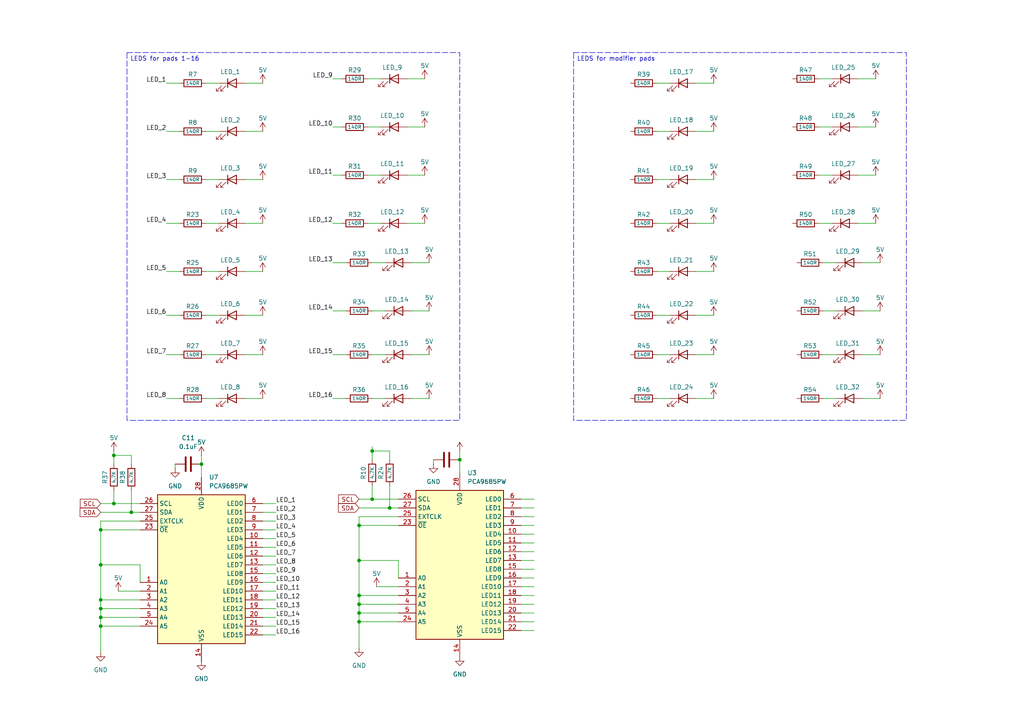
<source format=kicad_sch>
(kicad_sch (version 20231120) (generator "eeschema") (generator_version "8.0")
  (paper "A4")
  (lib_symbols
    (symbol "Connector_Audio:AudioJack3"
      (property "Reference" "J" (at 0 8.89 0))
      (property "Value" "AudioJack3" (at 0 6.35 0))
      (symbol "AudioJack3_1_1"
        (pin passive line (at 5.08 0 180) (length 2.54) (name "~") (number "R"))
        (pin passive line (at 5.08 2.54 180) (length 2.54) (name "~") (number "S"))
        (pin passive line (at 5.08 -2.54 180) (length 2.54) (name "~") (number "T"))
      )
    )
    (symbol "Device:C" (pin_numbers hide) (pin_names (offset 0.254))
      (property "Reference" "C" (at 0.635 2.54 0))
      (property "Value" "C" (at 0.635 -2.54 0))
      (symbol "C_1_1"
        (pin passive line (at 0 3.81 270) (length 2.794) (name "~") (number "1"))
        (pin passive line (at 0 -3.81 90) (length 2.794) (name "~") (number "2"))
      )
    )
    (symbol "Device:LED" (pin_numbers hide) (pin_names (offset 1.016) hide)
      (property "Reference" "D" (at 0 2.54 0))
      (property "Value" "LED" (at 0 -2.54 0))
      (symbol "LED_1_1"
        (pin passive line (at -3.81 0 0) (length 2.54) (name "K") (number "1"))
        (pin passive line (at 3.81 0 180) (length 2.54) (name "A") (number "2"))
      )
    )
    (symbol "Device:R" (pin_numbers hide) (pin_names (offset 0))
      (property "Reference" "R" (at 2.032 0 90))
      (property "Value" "R" (at 0 0 90))
      (symbol "R_1_1"
        (pin passive line (at 0 3.81 270) (length 1.27) (name "~") (number "1"))
        (pin passive line (at 0 -3.81 90) (length 1.27) (name "~") (number "2"))
      )
    )
    (symbol "Diode:MMSD4148" (pin_numbers hide) (pin_names hide)
      (property "Reference" "D" (at 0 2.54 0))
      (property "Value" "MMSD4148" (at 0 -2.54 0))
      (symbol "MMSD4148_1_1"
        (pin passive line (at -3.81 0 0) (length 2.54) (name "K") (number "1"))
        (pin passive line (at 3.81 0 180) (length 2.54) (name "A") (number "2"))
      )
    )
    (symbol "Driver_LED:PCA9685PW"
      (property "Reference" "U" (at -12.7 22.225 0))
      (property "Value" "PCA9685PW" (at 1.27 22.225 0))
      (symbol "PCA9685PW_1_1"
        (pin input line (at -17.78 -5.08 0) (length 5.08) (name "A0") (number "1"))
        (pin output line (at 17.78 7.62 180) (length 5.08) (name "LED4") (number "10"))
        (pin output line (at 17.78 5.08 180) (length 5.08) (name "LED5") (number "11"))
        (pin output line (at 17.78 2.54 180) (length 5.08) (name "LED6") (number "12"))
        (pin output line (at 17.78 0 180) (length 5.08) (name "LED7") (number "13"))
        (pin power_in line (at 0 -27.94 90) (length 5.08) (name "VSS") (number "14"))
        (pin output line (at 17.78 -2.54 180) (length 5.08) (name "LED8") (number "15"))
        (pin output line (at 17.78 -5.08 180) (length 5.08) (name "LED9") (number "16"))
        (pin output line (at 17.78 -7.62 180) (length 5.08) (name "LED10") (number "17"))
        (pin output line (at 17.78 -10.16 180) (length 5.08) (name "LED11") (number "18"))
        (pin output line (at 17.78 -12.7 180) (length 5.08) (name "LED12") (number "19"))
        (pin input line (at -17.78 -7.62 0) (length 5.08) (name "A1") (number "2"))
        (pin output line (at 17.78 -15.24 180) (length 5.08) (name "LED13") (number "20"))
        (pin output line (at 17.78 -17.78 180) (length 5.08) (name "LED14") (number "21"))
        (pin output line (at 17.78 -20.32 180) (length 5.08) (name "LED15") (number "22"))
        (pin input line (at -17.78 10.16 0) (length 5.08) (name "~{OE}") (number "23"))
        (pin input line (at -17.78 -17.78 0) (length 5.08) (name "A5") (number "24"))
        (pin input line (at -17.78 12.7 0) (length 5.08) (name "EXTCLK") (number "25"))
        (pin input line (at -17.78 17.78 0) (length 5.08) (name "SCL") (number "26"))
        (pin bidirectional line (at -17.78 15.24 0) (length 5.08) (name "SDA") (number "27"))
        (pin power_in line (at 0 25.4 270) (length 5.08) (name "VDD") (number "28"))
        (pin input line (at -17.78 -10.16 0) (length 5.08) (name "A2") (number "3"))
        (pin input line (at -17.78 -12.7 0) (length 5.08) (name "A3") (number "4"))
        (pin input line (at -17.78 -15.24 0) (length 5.08) (name "A4") (number "5"))
        (pin output line (at 17.78 17.78 180) (length 5.08) (name "LED0") (number "6"))
        (pin output line (at 17.78 15.24 180) (length 5.08) (name "LED1") (number "7"))
        (pin output line (at 17.78 12.7 180) (length 5.08) (name "LED2") (number "8"))
        (pin output line (at 17.78 10.16 180) (length 5.08) (name "LED3") (number "9"))
      )
    )
    (symbol "Isolator:H11L1" (pin_names (offset 1.016))
      (property "Reference" "U" (at 1.27 8.89 0))
      (property "Value" "H11L1" (at 1.27 6.35 0))
      (symbol "H11L1_1_1"
        (pin passive line (at -7.62 2.54 0) (length 2.54) (name "~") (number "1"))
        (pin passive line (at -7.62 -2.54 0) (length 2.54) (name "~") (number "2"))
        (pin no_connect line (at -5.08 0 0) (length 2.54) hide (name "~") (number "3"))
        (pin output inverted (at 7.62 0 180) (length 3.81) (name "~") (number "4"))
        (pin power_in line (at 0 -7.62 90) (length 2.54) (name "~") (number "5"))
        (pin power_in line (at 0 7.62 270) (length 2.54) (name "~") (number "6"))
      )
    )
    (symbol "daisy_seed:3V3_D" (power) (pin_numbers hide) (pin_names (offset 0) hide)
      (property "Value" "3V3_D" (at 0 5.08 0))
      (symbol "3V3_D_0_0"
        (pin power_in line (at 0 0 90) (length 0) (name "~") (number "1"))
      )
    )
    (symbol "power:+3.3V" (power) (pin_names (offset 0))
      (property "Value" "+3.3V" (at 0 3.556 0))
      (symbol "+3.3V_1_1"
        (pin power_in line (at 0 0 90) (length 0) hide (name "+3.3V") (number "1"))
      )
    )
    (symbol "power:GND" (power) (pin_numbers hide) (pin_names (offset 0) hide)
      (property "Value" "GND" (at 0 -3.81 0))
      (symbol "GND_1_1"
        (pin power_in line (at 0 0 270) (length 0) (name "~") (number "1"))
      )
    )
  )
  (junction (at 107.95 130.81))
  (junction (at 29.21 179.07))
  (junction (at -38.1 175.26))
  (junction (at 104.14 152.4))
  (junction (at 29.21 153.67))
  (junction (at -74.93 195.58))
  (junction (at -53.34 175.26))
  (junction (at 33.02 146.05))
  (junction (at 29.21 176.53))
  (junction (at 29.21 163.83))
  (junction (at 29.21 173.99))
  (junction (at 104.14 177.8))
  (junction (at 133.35 133.35))
  (junction (at 104.14 172.72))
  (junction (at 33.02 132.08))
  (junction (at 104.14 162.56))
  (junction (at -74.93 185.42))
  (junction (at -38.1 190.5))
  (junction (at 113.03 147.32))
  (junction (at 104.14 180.34))
  (junction (at 38.1 148.59))
  (junction (at 29.21 181.61))
  (junction (at 107.95 144.78))
  (junction (at 58.42 134.62))
  (junction (at 104.14 175.26))
  (wire (pts (xy -90.17 191.77) (xy -87.63 191.77)))
  (wire (pts (xy -74.93 185.42) (xy -60.96 185.42)))
  (wire (pts (xy 40.64 168.91) (xy 40.64 163.83)))
  (wire (pts (xy 124.46 76.2) (xy 119.38 76.2)))
  (wire (pts (xy -60.96 185.42) (xy -60.96 187.96)))
  (wire (pts (xy 80.01 163.83) (xy 76.2 163.83)))
  (wire (pts (xy 104.14 177.8) (xy 115.57 177.8)))
  (wire (pts (xy 154.94 175.26) (xy 151.13 175.26)))
  (wire (pts (xy -88.9 204.47) (xy -88.9 200.66)))
  (wire (pts (xy -30.48 175.26) (xy -38.1 175.26)))
  (wire (pts (xy 207.01 102.87) (xy 201.93 102.87)))
  (wire (pts (xy 96.52 36.83) (xy 99.06 36.83)))
  (wire (pts (xy 104.14 177.8) (xy 104.14 180.34)))
  (wire (pts (xy 237.49 50.8) (xy 241.3 50.8)))
  (wire (pts (xy 33.02 130.81) (xy 33.02 132.08)))
  (wire (pts (xy 104.14 180.34) (xy 104.14 187.96)))
  (wire (pts (xy 58.42 132.08) (xy 58.42 134.62)))
  (wire (pts (xy -38.1 185.42) (xy -38.1 190.5)))
  (wire (pts (xy -87.63 191.77) (xy -87.63 195.58)))
  (wire (pts (xy 237.49 22.86) (xy 241.3 22.86)))
  (wire (pts (xy 190.5 102.87) (xy 194.31 102.87)))
  (wire (pts (xy -53.34 172.72) (xy -53.34 175.26)))
  (wire (pts (xy 80.01 181.61) (xy 76.2 181.61)))
  (wire (pts (xy 80.01 156.21) (xy 76.2 156.21)))
  (wire (pts (xy 33.02 132.08) (xy 33.02 134.62)))
  (wire (pts (xy 76.2 52.07) (xy 71.12 52.07)))
  (wire (pts (xy 154.94 165.1) (xy 151.13 165.1)))
  (wire (pts (xy 96.52 90.17) (xy 100.33 90.17)))
  (wire (pts (xy 48.26 102.87) (xy 52.07 102.87)))
  (wire (pts (xy 80.01 153.67) (xy 76.2 153.67)))
  (wire (pts (xy 29.21 176.53) (xy 40.64 176.53)))
  (wire (pts (xy 254 22.86) (xy 248.92 22.86)))
  (wire (pts (xy 190.5 78.74) (xy 194.31 78.74)))
  (wire (pts (xy 104.14 175.26) (xy 104.14 177.8)))
  (wire (pts (xy 33.02 146.05) (xy 40.64 146.05)))
  (wire (pts (xy 48.26 38.1) (xy 52.07 38.1)))
  (wire (pts (xy -74.93 194.31) (xy -74.93 195.58)))
  (wire (pts (xy 254 64.77) (xy 248.92 64.77)))
  (wire (pts (xy 80.01 161.29) (xy 76.2 161.29)))
  (wire (pts (xy 133.35 130.81) (xy 133.35 133.35)))
  (wire (pts (xy 207.01 24.13) (xy 201.93 24.13)))
  (wire (pts (xy 76.2 102.87) (xy 71.12 102.87)))
  (wire (pts (xy -22.86 175.26) (xy -21.59 175.26)))
  (wire (pts (xy 154.94 172.72) (xy 151.13 172.72)))
  (wire (pts (xy 207.01 115.57) (xy 201.93 115.57)))
  (wire (pts (xy 104.14 149.86) (xy 104.14 152.4)))
  (wire (pts (xy 237.49 64.77) (xy 241.3 64.77)))
  (wire (pts (xy 76.2 78.74) (xy 71.12 78.74)))
  (wire (pts (xy 190.5 52.07) (xy 194.31 52.07)))
  (wire (pts (xy 29.21 148.59) (xy 38.1 148.59)))
  (wire (pts (xy 29.21 153.67) (xy 29.21 163.83)))
  (wire (pts (xy 38.1 148.59) (xy 40.64 148.59)))
  (wire (pts (xy 190.5 91.44) (xy 194.31 91.44)))
  (wire (pts (xy 33.02 142.24) (xy 33.02 146.05)))
  (wire (pts (xy 34.29 171.45) (xy 40.64 171.45)))
  (wire (pts (xy 104.14 162.56) (xy 104.14 172.72)))
  (wire (pts (xy 48.26 52.07) (xy 52.07 52.07)))
  (wire (pts (xy 76.2 38.1) (xy 71.12 38.1)))
  (wire (pts (xy 115.57 167.64) (xy 115.57 162.56)))
  (wire (pts (xy 125.73 134.62) (xy 125.73 133.35)))
  (wire (pts (xy 58.42 134.62) (xy 58.42 138.43)))
  (wire (pts (xy 96.52 115.57) (xy 100.33 115.57)))
  (wire (pts (xy 113.03 133.35) (xy 113.03 130.81)))
  (wire (pts (xy 190.5 64.77) (xy 194.31 64.77)))
  (wire (pts (xy 96.52 22.86) (xy 99.06 22.86)))
  (wire (pts (xy 59.69 102.87) (xy 63.5 102.87)))
  (wire (pts (xy -53.34 175.26) (xy -53.34 182.88)))
  (wire (pts (xy -82.55 213.36) (xy -82.55 209.55)))
  (wire (pts (xy 80.01 176.53) (xy 76.2 176.53)))
  (wire (pts (xy -74.93 195.58) (xy -63.5 195.58)))
  (wire (pts (xy 80.01 151.13) (xy 76.2 151.13)))
  (wire (pts (xy 255.27 115.57) (xy 250.19 115.57)))
  (wire (pts (xy 107.95 115.57) (xy 111.76 115.57)))
  (wire (pts (xy 107.95 129.54) (xy 107.95 130.81)))
  (wire (pts (xy -80.01 185.42) (xy -74.93 185.42)))
  (wire (pts (xy 107.95 90.17) (xy 111.76 90.17)))
  (wire (pts (xy 29.21 151.13) (xy 29.21 153.67)))
  (wire (pts (xy 76.2 24.13) (xy 71.12 24.13)))
  (wire (pts (xy -82.55 213.36) (xy -80.01 213.36)))
  (wire (pts (xy -90.17 209.55) (xy -82.55 209.55)))
  (wire (pts (xy 115.57 172.72) (xy 104.14 172.72)))
  (wire (pts (xy 154.94 170.18) (xy 151.13 170.18)))
  (wire (pts (xy 154.94 157.48) (xy 151.13 157.48)))
  (wire (pts (xy 80.01 173.99) (xy 76.2 173.99)))
  (wire (pts (xy -72.39 204.47) (xy -67.31 204.47)))
  (wire (pts (xy 254 36.83) (xy 248.92 36.83)))
  (wire (pts (xy 96.52 76.2) (xy 100.33 76.2)))
  (wire (pts (xy 190.5 24.13) (xy 194.31 24.13)))
  (wire (pts (xy 29.21 176.53) (xy 29.21 179.07)))
  (wire (pts (xy 48.26 91.44) (xy 52.07 91.44)))
  (wire (pts (xy 124.46 115.57) (xy 119.38 115.57)))
  (wire (pts (xy 38.1 132.08) (xy 33.02 132.08)))
  (wire (pts (xy -72.39 213.36) (xy -68.58 213.36)))
  (wire (pts (xy 115.57 149.86) (xy 104.14 149.86)))
  (wire (pts (xy 59.69 64.77) (xy 63.5 64.77)))
  (wire (pts (xy 207.01 52.07) (xy 201.93 52.07)))
  (wire (pts (xy 154.94 147.32) (xy 151.13 147.32)))
  (wire (pts (xy 80.01 179.07) (xy 76.2 179.07)))
  (wire (pts (xy 59.69 78.74) (xy 63.5 78.74)))
  (wire (pts (xy 154.94 152.4) (xy 151.13 152.4)))
  (wire (pts (xy 254 50.8) (xy 248.92 50.8)))
  (wire (pts (xy 154.94 149.86) (xy 151.13 149.86)))
  (wire (pts (xy 123.19 64.77) (xy 118.11 64.77)))
  (wire (pts (xy 115.57 162.56) (xy 104.14 162.56)))
  (wire (pts (xy 80.01 148.59) (xy 76.2 148.59)))
  (wire (pts (xy -80.01 207.01) (xy -80.01 204.47)))
  (wire (pts (xy 40.64 181.61) (xy 29.21 181.61)))
  (wire (pts (xy 238.76 76.2) (xy 242.57 76.2)))
  (wire (pts (xy 40.64 173.99) (xy 29.21 173.99)))
  (wire (pts (xy 104.14 147.32) (xy 113.03 147.32)))
  (wire (pts (xy 29.21 163.83) (xy 29.21 173.99)))
  (wire (pts (xy 154.94 167.64) (xy 151.13 167.64)))
  (wire (pts (xy 154.94 162.56) (xy 151.13 162.56)))
  (wire (pts (xy 106.68 64.77) (xy 110.49 64.77)))
  (wire (pts (xy -90.17 207.01) (xy -80.01 207.01)))
  (wire (pts (xy 104.14 172.72) (xy 104.14 175.26)))
  (wire (pts (xy 96.52 64.77) (xy 99.06 64.77)))
  (wire (pts (xy 107.95 130.81) (xy 107.95 133.35)))
  (wire (pts (xy 107.95 140.97) (xy 107.95 144.78)))
  (wire (pts (xy 107.95 144.78) (xy 115.57 144.78)))
  (wire (pts (xy 48.26 24.13) (xy 52.07 24.13)))
  (wire (pts (xy 115.57 180.34) (xy 104.14 180.34)))
  (wire (pts (xy 80.01 171.45) (xy 76.2 171.45)))
  (wire (pts (xy 29.21 179.07) (xy 40.64 179.07)))
  (wire (pts (xy 96.52 102.87) (xy 100.33 102.87)))
  (wire (pts (xy 255.27 102.87) (xy 250.19 102.87)))
  (wire (pts (xy 107.95 76.2) (xy 111.76 76.2)))
  (wire (pts (xy 115.57 152.4) (xy 104.14 152.4)))
  (wire (pts (xy 124.46 102.87) (xy 119.38 102.87)))
  (wire (pts (xy 59.69 115.57) (xy 63.5 115.57)))
  (wire (pts (xy 207.01 38.1) (xy 201.93 38.1)))
  (wire (pts (xy 29.21 181.61) (xy 29.21 189.23)))
  (wire (pts (xy 207.01 78.74) (xy 201.93 78.74)))
  (wire (pts (xy -90.17 204.47) (xy -88.9 204.47)))
  (wire (pts (xy 154.94 180.34) (xy 151.13 180.34)))
  (wire (pts (xy 123.19 22.86) (xy 118.11 22.86)))
  (wire (pts (xy -38.1 175.26) (xy -38.1 177.8)))
  (wire (pts (xy 123.19 50.8) (xy 118.11 50.8)))
  (wire (pts (xy 80.01 158.75) (xy 76.2 158.75)))
  (wire (pts (xy -53.34 198.12) (xy -53.34 199.39)))
  (wire (pts (xy 190.5 38.1) (xy 194.31 38.1)))
  (wire (pts (xy 29.21 146.05) (xy 33.02 146.05)))
  (wire (pts (xy 237.49 36.83) (xy 241.3 36.83)))
  (wire (pts (xy -87.63 189.23) (xy -87.63 185.42)))
  (wire (pts (xy 238.76 115.57) (xy 242.57 115.57)))
  (wire (pts (xy 40.64 153.67) (xy 29.21 153.67)))
  (wire (pts (xy 255.27 76.2) (xy 250.19 76.2)))
  (wire (pts (xy 124.46 90.17) (xy 119.38 90.17)))
  (wire (pts (xy 48.26 115.57) (xy 52.07 115.57)))
  (wire (pts (xy 80.01 184.15) (xy 76.2 184.15)))
  (wire (pts (xy -38.1 175.26) (xy -53.34 175.26)))
  (wire (pts (xy 29.21 179.07) (xy 29.21 181.61)))
  (wire (pts (xy 29.21 173.99) (xy 29.21 176.53)))
  (wire (pts (xy 76.2 91.44) (xy 71.12 91.44)))
  (wire (pts (xy 80.01 168.91) (xy 76.2 168.91)))
  (wire (pts (xy 154.94 160.02) (xy 151.13 160.02)))
  (wire (pts (xy 154.94 144.78) (xy 151.13 144.78)))
  (wire (pts (xy 96.52 50.8) (xy 99.06 50.8)))
  (wire (pts (xy 59.69 38.1) (xy 63.5 38.1)))
  (wire (pts (xy -38.1 190.5) (xy -27.94 190.5)))
  (wire (pts (xy 40.64 163.83) (xy 29.21 163.83)))
  (wire (pts (xy 104.14 152.4) (xy 104.14 162.56)))
  (wire (pts (xy 48.26 64.77) (xy 52.07 64.77)))
  (wire (pts (xy 40.64 151.13) (xy 29.21 151.13)))
  (wire (pts (xy 154.94 154.94) (xy 151.13 154.94)))
  (wire (pts (xy 80.01 166.37) (xy 76.2 166.37)))
  (wire (pts (xy -45.72 190.5) (xy -38.1 190.5)))
  (wire (pts (xy 80.01 146.05) (xy 76.2 146.05)))
  (wire (pts (xy 38.1 134.62) (xy 38.1 132.08)))
  (wire (pts (xy -63.5 193.04) (xy -60.96 193.04)))
  (wire (pts (xy -90.17 189.23) (xy -87.63 189.23)))
  (wire (pts (xy 106.68 36.83) (xy 110.49 36.83)))
  (wire (pts (xy 123.19 36.83) (xy 118.11 36.83)))
  (wire (pts (xy 255.27 90.17) (xy 250.19 90.17)))
  (wire (pts (xy -88.9 200.66) (xy -83.82 200.66)))
  (wire (pts (xy 238.76 90.17) (xy 242.57 90.17)))
  (wire (pts (xy 59.69 91.44) (xy 63.5 91.44)))
  (wire (pts (xy 106.68 22.86) (xy 110.49 22.86)))
  (wire (pts (xy 106.68 50.8) (xy 110.49 50.8)))
  (wire (pts (xy 59.69 24.13) (xy 63.5 24.13)))
  (wire (pts (xy -63.5 193.04) (xy -63.5 195.58)))
  (wire (pts (xy 50.8 135.89) (xy 50.8 134.62)))
  (wire (pts (xy 133.35 133.35) (xy 133.35 137.16)))
  (wire (pts (xy 154.94 182.88) (xy 151.13 182.88)))
  (wire (pts (xy 107.95 102.87) (xy 111.76 102.87)))
  (wire (pts (xy 76.2 64.77) (xy 71.12 64.77)))
  (wire (pts (xy 238.76 102.87) (xy 242.57 102.87)))
  (wire (pts (xy 113.03 130.81) (xy 107.95 130.81)))
  (wire (pts (xy 113.03 140.97) (xy 113.03 147.32)))
  (wire (pts (xy 59.69 52.07) (xy 63.5 52.07)))
  (wire (pts (xy 38.1 142.24) (xy 38.1 148.59)))
  (wire (pts (xy 190.5 115.57) (xy 194.31 115.57)))
  (wire (pts (xy 109.22 170.18) (xy 115.57 170.18)))
  (wire (pts (xy 48.26 78.74) (xy 52.07 78.74)))
  (wire (pts (xy -33.02 181.61) (xy -34.29 181.61)))
  (wire (pts (xy 207.01 91.44) (xy 201.93 91.44)))
  (wire (pts (xy -74.93 186.69) (xy -74.93 185.42)))
  (wire (pts (xy 104.14 175.26) (xy 115.57 175.26)))
  (wire (pts (xy 207.01 64.77) (xy 201.93 64.77)))
  (wire (pts (xy 104.14 144.78) (xy 107.95 144.78)))
  (wire (pts (xy 76.2 115.57) (xy 71.12 115.57)))
  (wire (pts (xy 154.94 177.8) (xy 151.13 177.8)))
  (wire (pts (xy 113.03 147.32) (xy 115.57 147.32)))
  (wire (pts (xy -87.63 195.58) (xy -74.93 195.58)))
  (text_box "LEDS for pads 1-16" (at 36.83 15.24 0) (size 96.52 106.68) (stroke (width 0) (type dash)) (effects (font (size 1.27 1.27)) (justify left top)))
  (text_box "MIDI I/O" (at -109.22 165.1 0) (size 92.71 50.8) (stroke (width 0) (type dash)) (effects (font (size 1.27 1.27)) (justify left top)))
  (text_box "LEDS for modifier pads" (at 166.37 15.24 0) (size 96.52 106.68) (stroke (width 0) (type dash)) (effects (font (size 1.27 1.27)) (justify left top)))
  (label "LED_15" (at 80.01 181.61 0))
  (label "LED_1" (at 48.26 24.13 180))
  (label "LED_4" (at 80.01 153.67 0))
  (label "LED_10" (at 80.01 168.91 0))
  (label "LED_12" (at 96.52 64.77 180))
  (label "LED_16" (at 96.52 115.57 180))
  (label "LED_6" (at 48.26 91.44 180))
  (label "LED_5" (at 48.26 78.74 180))
  (label "LED_2" (at 80.01 148.59 0))
  (label "LED_9" (at 96.52 22.86 180))
  (label "LED_8" (at 80.01 163.83 0))
  (label "LED_7" (at 80.01 161.29 0))
  (label "LED_2" (at 48.26 38.1 180))
  (label "LED_3" (at 48.26 52.07 180))
  (label "LED_14" (at 80.01 179.07 0))
  (label "LED_5" (at 80.01 156.21 0))
  (label "LED_1" (at 80.01 146.05 0))
  (label "LED_15" (at 96.52 102.87 180))
  (label "LED_7" (at 48.26 102.87 180))
  (label "LED_4" (at 48.26 64.77 180))
  (label "LED_6" (at 80.01 158.75 0))
  (label "LED_11" (at 80.01 171.45 0))
  (label "LED_13" (at 96.52 76.2 180))
  (label "LED_10" (at 96.52 36.83 180))
  (label "LED_12" (at 80.01 173.99 0))
  (label "LED_9" (at 80.01 166.37 0))
  (label "LED_8" (at 48.26 115.57 180))
  (label "LED_3" (at 80.01 151.13 0))
  (label "LED_11" (at 96.52 50.8 180))
  (label "LED_13" (at 80.01 176.53 0))
  (label "LED_16" (at 80.01 184.15 0))
  (label "LED_14" (at 96.52 90.17 180))
  (global_label "SCL" (shape input) (at 104.14 144.78 180) (property "Intersheetrefs" "${INTERSHEET_REFS}" (effects (hide yes))))
  (global_label "MIDI_RX" (shape input) (at -27.94 190.5 0) (property "Intersheetrefs" "${INTERSHEET_REFS}" (effects (hide yes))))
  (global_label "SCL" (shape input) (at 29.21 146.05 180) (property "Intersheetrefs" "${INTERSHEET_REFS}" (effects (hide yes))))
  (global_label "MIDI_TX" (shape input) (at -68.58 213.36 0) (property "Intersheetrefs" "${INTERSHEET_REFS}" (effects (hide yes))))
  (global_label "SDA" (shape input) (at 104.14 147.32 180) (property "Intersheetrefs" "${INTERSHEET_REFS}" (effects (hide yes))))
  (global_label "SDA" (shape input) (at 29.21 148.59 180) (property "Intersheetrefs" "${INTERSHEET_REFS}" (effects (hide yes))))
  (symbol (lib_id "daisy_seed:3V3_D") (at 255.27 76.2 0) (unit 1)
    (property "Reference" "#PWR070" (effects (hide yes)))
    (property "Value" "5V" (at 255.27 72.39 0))
  )
  (symbol (lib_id "daisy_seed:3V3_D") (at 123.19 22.86 0) (unit 1)
    (property "Reference" "#PWR045" (effects (hide yes)))
    (property "Value" "5V" (at 123.19 19.05 0))
  )
  (symbol (lib_id "Device:R") (at 186.69 52.07 90) (unit 1)
    (property "Reference" "R41" (at 186.69 49.53 90))
    (property "Value" "140R" (at 186.69 52.07 90) (effects (font (size 1.016 1.016))))
    (property "Footprint" "Resistor_SMD:R_0603_1608Metric" (effects (hide yes)))
    (property "Description" "Resistor" (effects (hide yes)))
  )
  (symbol (lib_id "Device:LED") (at 246.38 76.2 0) (unit 1)
    (property "Reference" "LED_29" (at 245.872 72.898 0))
    (property "Value" "White" (effects (hide yes)))
    (property "Footprint" "LED_SMD:LED_PLCC-2_3.4x3.0mm_AK" (effects (hide yes)))
    (property "Description" "Light emitting diode" (effects (hide yes)))
    (property "LCSC" "C7371926" (effects (hide yes)))
  )
  (symbol (lib_id "Device:R") (at -76.2 213.36 90) (unit 1)
    (property "Reference" "R5" (at -76.2 210.82 90))
    (property "Value" "10R" (at -76.2 213.36 90) (effects (font (size 1.016 1.016))))
    (property "Footprint" "Resistor_SMD:R_0603_1608Metric" (effects (hide yes)))
    (property "Description" "Resistor" (effects (hide yes)))
  )
  (symbol (lib_id "daisy_seed:3V3_D") (at 254 22.86 0) (unit 1)
    (property "Reference" "#PWR066" (effects (hide yes)))
    (property "Value" "5V" (at 254 19.05 0))
  )
  (symbol (lib_id "power:GND") (at -21.59 175.26 0) (unit 1)
    (property "Reference" "#PWR05" (effects (hide yes)))
    (property "Value" "GND" (at -21.59 180.34 0))
  )
  (symbol (lib_id "Device:LED") (at 245.11 50.8 0) (unit 1)
    (property "Reference" "LED_27" (at 244.602 47.498 0))
    (property "Value" "White" (effects (hide yes)))
    (property "Footprint" "LED_SMD:LED_PLCC-2_3.4x3.0mm_AK" (effects (hide yes)))
    (property "Description" "Light emitting diode" (effects (hide yes)))
    (property "LCSC" "C7371926" (effects (hide yes)))
  )
  (symbol (lib_id "Device:LED") (at 198.12 102.87 0) (unit 1)
    (property "Reference" "LED_23" (at 197.612 99.568 0))
    (property "Value" "White" (effects (hide yes)))
    (property "Footprint" "LED_SMD:LED_PLCC-2_3.4x3.0mm_AK" (effects (hide yes)))
    (property "Description" "Light emitting diode" (effects (hide yes)))
    (property "LCSC" "C7371926" (effects (hide yes)))
  )
  (symbol (lib_id "daisy_seed:3V3_D") (at 207.01 91.44 0) (unit 1)
    (property "Reference" "#PWR063" (effects (hide yes)))
    (property "Value" "5V" (at 207.01 87.63 0))
  )
  (symbol (lib_id "Device:R") (at 113.03 137.16 180) (unit 1)
    (property "Reference" "R24" (at 110.49 137.16 90))
    (property "Value" "4.7K" (at 113.03 137.16 90) (effects (font (size 1.016 1.016))))
    (property "Footprint" "Resistor_SMD:R_0603_1608Metric" (effects (hide yes)))
    (property "Description" "Resistor" (effects (hide yes)))
  )
  (symbol (lib_id "daisy_seed:3V3_D") (at 254 64.77 0) (unit 1)
    (property "Reference" "#PWR069" (effects (hide yes)))
    (property "Value" "5V" (at 254 60.96 0))
  )
  (symbol (lib_id "daisy_seed:3V3_D") (at 124.46 76.2 0) (unit 1)
    (property "Reference" "#PWR049" (effects (hide yes)))
    (property "Value" "5V" (at 124.46 72.39 0))
  )
  (symbol (lib_id "daisy_seed:3V3_D") (at 76.2 52.07 0) (unit 1)
    (property "Reference" "#PWR039" (effects (hide yes)))
    (property "Value" "5V" (at 76.2 48.26 0))
  )
  (symbol (lib_id "power:GND") (at 29.21 189.23 0) (unit 1)
    (property "Reference" "#PWR053" (effects (hide yes)))
    (property "Value" "GND" (at 29.21 194.31 0))
    (property "Description" "Power symbol creates a global label with name \"GND\" , ground" (effects (hide yes)))
  )
  (symbol (lib_id "Driver_LED:PCA9685PW") (at 133.35 162.56 0) (unit 1)
    (property "Reference" "U3" (at 135.5441 137.16 0) (effects (justify left)))
    (property "Value" "PCA9685PW" (at 135.5441 139.7 0) (effects (justify left)))
    (property "Footprint" "Package_SO:TSSOP-28_4.4x9.7mm_P0.65mm" (effects (hide yes)))
    (property "Datasheet" "http://www.nxp.com/docs/en/data-sheet/PCA9685.pdf" (effects (hide yes)))
    (property "Description" "16-channel 12-bit PWM Fm+ I2C-bus LED controller RGBA TSSOP" (effects (hide yes)))
  )
  (symbol (lib_id "Device:LED") (at 115.57 90.17 0) (unit 1)
    (property "Reference" "LED_14" (at 115.062 86.868 0))
    (property "Value" "White" (effects (hide yes)))
    (property "Footprint" "LED_SMD:LED_PLCC-2_3.4x3.0mm_AK" (effects (hide yes)))
    (property "Description" "Light emitting diode" (effects (hide yes)))
    (property "LCSC" "C7371926" (effects (hide yes)))
  )
  (symbol (lib_id "Device:R") (at 186.69 115.57 90) (unit 1)
    (property "Reference" "R46" (at 186.69 113.03 90))
    (property "Value" "140R" (at 186.69 115.57 90) (effects (font (size 1.016 1.016))))
    (property "Footprint" "Resistor_SMD:R_0603_1608Metric" (effects (hide yes)))
    (property "Description" "Resistor" (effects (hide yes)))
  )
  (symbol (lib_id "Device:R") (at 186.69 64.77 90) (unit 1)
    (property "Reference" "R42" (at 186.69 62.23 90))
    (property "Value" "140R" (at 186.69 64.77 90) (effects (font (size 1.016 1.016))))
    (property "Footprint" "Resistor_SMD:R_0603_1608Metric" (effects (hide yes)))
    (property "Description" "Resistor" (effects (hide yes)))
  )
  (symbol (lib_id "daisy_seed:3V3_D") (at 254 50.8 0) (unit 1)
    (property "Reference" "#PWR068" (effects (hide yes)))
    (property "Value" "5V" (at 254 46.99 0))
  )
  (symbol (lib_id "Device:LED") (at 198.12 38.1 0) (unit 1)
    (property "Reference" "LED_18" (at 197.612 34.798 0))
    (property "Value" "White" (effects (hide yes)))
    (property "Footprint" "LED_SMD:LED_PLCC-2_3.4x3.0mm_AK" (effects (hide yes)))
    (property "Description" "Light emitting diode" (effects (hide yes)))
    (property "LCSC" "C7371926" (effects (hide yes)))
  )
  (symbol (lib_id "Device:LED") (at 115.57 115.57 0) (unit 1)
    (property "Reference" "LED_16" (at 115.062 112.268 0))
    (property "Value" "White" (effects (hide yes)))
    (property "Footprint" "LED_SMD:LED_PLCC-2_3.4x3.0mm_AK" (effects (hide yes)))
    (property "Description" "Light emitting diode" (effects (hide yes)))
    (property "LCSC" "C7371926" (effects (hide yes)))
  )
  (symbol (lib_id "daisy_seed:3V3_D") (at 109.22 170.18 0) (unit 1)
    (property "Reference" "#PWR035" (effects (hide yes)))
    (property "Value" "5V" (at 109.22 166.37 0))
  )
  (symbol (lib_id "daisy_seed:3V3_D") (at 76.2 102.87 0) (unit 1)
    (property "Reference" "#PWR043" (effects (hide yes)))
    (property "Value" "5V" (at 76.2 99.06 0))
  )
  (symbol (lib_id "Device:LED") (at 67.31 24.13 0) (unit 1)
    (property "Reference" "LED_1" (at 66.802 20.828 0))
    (property "Value" "White" (effects (hide yes)))
    (property "Footprint" "LED_SMD:LED_PLCC-2_3.4x3.0mm_AK" (effects (hide yes)))
    (property "Description" "Light emitting diode" (effects (hide yes)))
    (property "LCSC" "C7371926" (effects (hide yes)))
  )
  (symbol (lib_id "power:GND") (at 133.35 190.5 0) (unit 1)
    (property "Reference" "#PWR037" (effects (hide yes)))
    (property "Value" "GND" (at 133.35 195.58 0))
    (property "Description" "Power symbol creates a global label with name \"GND\" , ground" (effects (hide yes)))
  )
  (symbol (lib_id "daisy_seed:3V3_D") (at 34.29 171.45 0) (unit 1)
    (property "Reference" "#PWR055" (effects (hide yes)))
    (property "Value" "5V" (at 34.29 167.64 0))
  )
  (symbol (lib_id "Device:LED") (at 245.11 22.86 0) (unit 1)
    (property "Reference" "LED_25" (at 244.602 19.558 0))
    (property "Value" "White" (effects (hide yes)))
    (property "Footprint" "LED_SMD:LED_PLCC-2_3.4x3.0mm_AK" (effects (hide yes)))
    (property "Description" "Light emitting diode" (effects (hide yes)))
    (property "LCSC" "C7371926" (effects (hide yes)))
  )
  (symbol (lib_id "Device:R") (at 55.88 38.1 90) (unit 1)
    (property "Reference" "R8" (at 55.88 35.56 90))
    (property "Value" "140R" (at 55.88 38.1 90) (effects (font (size 1.016 1.016))))
    (property "Footprint" "Resistor_SMD:R_0603_1608Metric" (effects (hide yes)))
    (property "Description" "Resistor" (effects (hide yes)))
  )
  (symbol (lib_id "Driver_LED:PCA9685PW") (at 58.42 163.83 0) (unit 1)
    (property "Reference" "U7" (at 60.6141 138.43 0) (effects (justify left)))
    (property "Value" "PCA9685PW" (at 60.6141 140.97 0) (effects (justify left)))
    (property "Footprint" "Package_SO:TSSOP-28_4.4x9.7mm_P0.65mm" (effects (hide yes)))
    (property "Datasheet" "http://www.nxp.com/docs/en/data-sheet/PCA9685.pdf" (effects (hide yes)))
    (property "Description" "16-channel 12-bit PWM Fm+ I2C-bus LED controller RGBA TSSOP" (effects (hide yes)))
  )
  (symbol (lib_id "Device:R") (at 186.69 102.87 90) (unit 1)
    (property "Reference" "R45" (at 186.69 100.33 90))
    (property "Value" "140R" (at 186.69 102.87 90) (effects (font (size 1.016 1.016))))
    (property "Footprint" "Resistor_SMD:R_0603_1608Metric" (effects (hide yes)))
    (property "Description" "Resistor" (effects (hide yes)))
  )
  (symbol (lib_id "Device:R") (at 55.88 91.44 90) (unit 1)
    (property "Reference" "R26" (at 55.88 88.9 90))
    (property "Value" "140R" (at 55.88 91.44 90) (effects (font (size 1.016 1.016))))
    (property "Footprint" "Resistor_SMD:R_0603_1608Metric" (effects (hide yes)))
    (property "Description" "Resistor" (effects (hide yes)))
  )
  (symbol (lib_id "Device:R") (at 104.14 90.17 90) (unit 1)
    (property "Reference" "R34" (at 104.14 87.63 90))
    (property "Value" "140R" (at 104.14 90.17 90) (effects (font (size 1.016 1.016))))
    (property "Footprint" "Resistor_SMD:R_0603_1608Metric" (effects (hide yes)))
    (property "Description" "Resistor" (effects (hide yes)))
  )
  (symbol (lib_id "Device:LED") (at 198.12 24.13 0) (unit 1)
    (property "Reference" "LED_17" (at 197.612 20.828 0))
    (property "Value" "White" (effects (hide yes)))
    (property "Footprint" "LED_SMD:LED_PLCC-2_3.4x3.0mm_AK" (effects (hide yes)))
    (property "Description" "Light emitting diode" (effects (hide yes)))
    (property "LCSC" "C7371926" (effects (hide yes)))
  )
  (symbol (lib_id "Device:R") (at 55.88 115.57 90) (unit 1)
    (property "Reference" "R28" (at 55.88 113.03 90))
    (property "Value" "140R" (at 55.88 115.57 90) (effects (font (size 1.016 1.016))))
    (property "Footprint" "Resistor_SMD:R_0603_1608Metric" (effects (hide yes)))
    (property "Description" "Resistor" (effects (hide yes)))
  )
  (symbol (lib_id "Device:LED") (at 245.11 64.77 0) (unit 1)
    (property "Reference" "LED_28" (at 244.602 61.468 0))
    (property "Value" "White" (effects (hide yes)))
    (property "Footprint" "LED_SMD:LED_PLCC-2_3.4x3.0mm_AK" (effects (hide yes)))
    (property "Description" "Light emitting diode" (effects (hide yes)))
    (property "LCSC" "C7371926" (effects (hide yes)))
  )
  (symbol (lib_id "Device:R") (at 102.87 50.8 90) (unit 1)
    (property "Reference" "R31" (at 102.87 48.26 90))
    (property "Value" "140R" (at 102.87 50.8 90) (effects (font (size 1.016 1.016))))
    (property "Footprint" "Resistor_SMD:R_0603_1608Metric" (effects (hide yes)))
    (property "Description" "Resistor" (effects (hide yes)))
  )
  (symbol (lib_id "power:+3.3V") (at -53.34 172.72 0) (unit 1)
    (property "Reference" "#PWR03" (effects (hide yes)))
    (property "Value" "+3.3V" (at -53.34 167.64 0))
  )
  (symbol (lib_id "daisy_seed:3V3_D") (at 76.2 78.74 0) (unit 1)
    (property "Reference" "#PWR041" (effects (hide yes)))
    (property "Value" "5V" (at 76.2 74.93 0))
  )
  (symbol (lib_id "Device:LED") (at 198.12 64.77 0) (unit 1)
    (property "Reference" "LED_20" (at 197.612 61.468 0))
    (property "Value" "White" (effects (hide yes)))
    (property "Footprint" "LED_SMD:LED_PLCC-2_3.4x3.0mm_AK" (effects (hide yes)))
    (property "Description" "Light emitting diode" (effects (hide yes)))
    (property "LCSC" "C7371926" (effects (hide yes)))
  )
  (symbol (lib_id "Device:R") (at 233.68 36.83 90) (unit 1)
    (property "Reference" "R48" (at 233.68 34.29 90))
    (property "Value" "140R" (at 233.68 36.83 90) (effects (font (size 1.016 1.016))))
    (property "Footprint" "Resistor_SMD:R_0603_1608Metric" (effects (hide yes)))
    (property "Description" "Resistor" (effects (hide yes)))
  )
  (symbol (lib_id "Device:R") (at 186.69 24.13 90) (unit 1)
    (property "Reference" "R39" (at 186.69 21.59 90))
    (property "Value" "140R" (at 186.69 24.13 90) (effects (font (size 1.016 1.016))))
    (property "Footprint" "Resistor_SMD:R_0603_1608Metric" (effects (hide yes)))
    (property "Description" "Resistor" (effects (hide yes)))
  )
  (symbol (lib_id "daisy_seed:3V3_D") (at 254 36.83 0) (unit 1)
    (property "Reference" "#PWR067" (effects (hide yes)))
    (property "Value" "5V" (at 254 33.02 0))
  )
  (symbol (lib_id "Isolator:H11L1") (at -53.34 190.5 0) (unit 1)
    (property "Reference" "U2" (at -40.64 189.23 0))
    (property "Value" "H11L1S(TA)" (at -40.64 191.77 0))
    (property "Footprint" "MyFootprints:H11L1STA_EVE" (effects (hide yes)))
    (property "Datasheet" "https://datasheet.lcsc.com/lcsc/1810111530_Everlight-Elec-H11L1S-TA_C78589.pdf" (effects (hide yes)))
    (property "LCSC" "C78589" (effects (hide yes)))
  )
  (symbol (lib_id "Device:R") (at 55.88 64.77 90) (unit 1)
    (property "Reference" "R23" (at 55.88 62.23 90))
    (property "Value" "140R" (at 55.88 64.77 90) (effects (font (size 1.016 1.016))))
    (property "Footprint" "Resistor_SMD:R_0603_1608Metric" (effects (hide yes)))
    (property "Description" "Resistor" (effects (hide yes)))
  )
  (symbol (lib_id "Device:R") (at 55.88 78.74 90) (unit 1)
    (property "Reference" "R25" (at 55.88 76.2 90))
    (property "Value" "140R" (at 55.88 78.74 90) (effects (font (size 1.016 1.016))))
    (property "Footprint" "Resistor_SMD:R_0603_1608Metric" (effects (hide yes)))
    (property "Description" "Resistor" (effects (hide yes)))
  )
  (symbol (lib_id "daisy_seed:3V3_D") (at 207.01 52.07 0) (unit 1)
    (property "Reference" "#PWR060" (effects (hide yes)))
    (property "Value" "5V" (at 207.01 48.26 0))
  )
  (symbol (lib_id "daisy_seed:3V3_D") (at 76.2 38.1 0) (unit 1)
    (property "Reference" "#PWR038" (effects (hide yes)))
    (property "Value" "5V" (at 76.2 34.29 0))
  )
  (symbol (lib_id "Device:LED") (at 115.57 76.2 0) (unit 1)
    (property "Reference" "LED_13" (at 115.062 72.898 0))
    (property "Value" "White" (effects (hide yes)))
    (property "Footprint" "LED_SMD:LED_PLCC-2_3.4x3.0mm_AK" (effects (hide yes)))
    (property "Description" "Light emitting diode" (effects (hide yes)))
    (property "LCSC" "C7371926" (effects (hide yes)))
  )
  (symbol (lib_id "Device:R") (at 233.68 50.8 90) (unit 1)
    (property "Reference" "R49" (at 233.68 48.26 90))
    (property "Value" "140R" (at 233.68 50.8 90) (effects (font (size 1.016 1.016))))
    (property "Footprint" "Resistor_SMD:R_0603_1608Metric" (effects (hide yes)))
    (property "Description" "Resistor" (effects (hide yes)))
  )
  (symbol (lib_id "daisy_seed:3V3_D") (at 124.46 90.17 0) (unit 1)
    (property "Reference" "#PWR050" (effects (hide yes)))
    (property "Value" "5V" (at 124.46 86.36 0))
  )
  (symbol (lib_id "Device:R") (at 234.95 102.87 90) (unit 1)
    (property "Reference" "R53" (at 234.95 100.33 90))
    (property "Value" "140R" (at 234.95 102.87 90) (effects (font (size 1.016 1.016))))
    (property "Footprint" "Resistor_SMD:R_0603_1608Metric" (effects (hide yes)))
    (property "Description" "Resistor" (effects (hide yes)))
  )
  (symbol (lib_id "Device:R") (at 102.87 22.86 90) (unit 1)
    (property "Reference" "R29" (at 102.87 20.32 90))
    (property "Value" "140R" (at 102.87 22.86 90) (effects (font (size 1.016 1.016))))
    (property "Footprint" "Resistor_SMD:R_0603_1608Metric" (effects (hide yes)))
    (property "Description" "Resistor" (effects (hide yes)))
  )
  (symbol (lib_id "Device:LED") (at 198.12 91.44 0) (unit 1)
    (property "Reference" "LED_22" (at 197.612 88.138 0))
    (property "Value" "White" (effects (hide yes)))
    (property "Footprint" "LED_SMD:LED_PLCC-2_3.4x3.0mm_AK" (effects (hide yes)))
    (property "Description" "Light emitting diode" (effects (hide yes)))
    (property "LCSC" "C7371926" (effects (hide yes)))
  )
  (symbol (lib_id "Device:R") (at 234.95 115.57 90) (unit 1)
    (property "Reference" "R54" (at 234.95 113.03 90))
    (property "Value" "140R" (at 234.95 115.57 90) (effects (font (size 1.016 1.016))))
    (property "Footprint" "Resistor_SMD:R_0603_1608Metric" (effects (hide yes)))
    (property "Description" "Resistor" (effects (hide yes)))
  )
  (symbol (lib_id "daisy_seed:3V3_D") (at 207.01 115.57 0) (unit 1)
    (property "Reference" "#PWR065" (effects (hide yes)))
    (property "Value" "5V" (at 207.01 111.76 0))
  )
  (symbol (lib_id "daisy_seed:3V3_D") (at 76.2 64.77 0) (unit 1)
    (property "Reference" "#PWR040" (effects (hide yes)))
    (property "Value" "5V" (at 76.2 60.96 0))
  )
  (symbol (lib_id "Device:R") (at 233.68 64.77 90) (unit 1)
    (property "Reference" "R50" (at 233.68 62.23 90))
    (property "Value" "140R" (at 233.68 64.77 90) (effects (font (size 1.016 1.016))))
    (property "Footprint" "Resistor_SMD:R_0603_1608Metric" (effects (hide yes)))
    (property "Description" "Resistor" (effects (hide yes)))
  )
  (symbol (lib_id "Device:R") (at 186.69 78.74 90) (unit 1)
    (property "Reference" "R43" (at 186.69 76.2 90))
    (property "Value" "140R" (at 186.69 78.74 90) (effects (font (size 1.016 1.016))))
    (property "Footprint" "Resistor_SMD:R_0603_1608Metric" (effects (hide yes)))
    (property "Description" "Resistor" (effects (hide yes)))
  )
  (symbol (lib_id "Diode:MMSD4148") (at -74.93 190.5 270) (unit 1)
    (property "Reference" "D1" (at -72.39 189.23 90) (effects (justify left)))
    (property "Value" "MMSD4148" (at -72.39 191.77 90) (effects (justify left)))
    (property "Footprint" "Diode_SMD:D_SOD-123" (effects (hide yes)))
    (property "Datasheet" "https://www.onsemi.com/pub/Collateral/MMSD4148T1-D.PDF" (effects (hide yes)))
    (property "Sim.Device" "D" (effects (hide yes)))
    (property "Sim.Pins" "1=K 2=A" (effects (hide yes)))
  )
  (symbol (lib_id "power:GND") (at -83.82 200.66 0) (unit 1)
    (property "Reference" "#PWR01" (effects (hide yes)))
    (property "Value" "GND" (at -83.82 205.74 0))
    (property "Description" "Power symbol creates a global label with name \"GND\" , ground" (effects (hide yes)))
  )
  (symbol (lib_id "Device:R") (at 107.95 137.16 180) (unit 1)
    (property "Reference" "R10" (at 105.41 137.16 90))
    (property "Value" "4.7K" (at 107.95 137.16 90) (effects (font (size 1.016 1.016))))
    (property "Footprint" "Resistor_SMD:R_0603_1608Metric" (effects (hide yes)))
    (property "Description" "Resistor" (effects (hide yes)))
  )
  (symbol (lib_id "Device:LED") (at 246.38 102.87 0) (unit 1)
    (property "Reference" "LED_31" (at 245.872 99.568 0))
    (property "Value" "White" (effects (hide yes)))
    (property "Footprint" "LED_SMD:LED_PLCC-2_3.4x3.0mm_AK" (effects (hide yes)))
    (property "Description" "Light emitting diode" (effects (hide yes)))
    (property "LCSC" "C7371926" (effects (hide yes)))
  )
  (symbol (lib_id "Device:R") (at 104.14 76.2 90) (unit 1)
    (property "Reference" "R33" (at 104.14 73.66 90))
    (property "Value" "140R" (at 104.14 76.2 90) (effects (font (size 1.016 1.016))))
    (property "Footprint" "Resistor_SMD:R_0603_1608Metric" (effects (hide yes)))
    (property "Description" "Resistor" (effects (hide yes)))
  )
  (symbol (lib_id "daisy_seed:3V3_D") (at 207.01 38.1 0) (unit 1)
    (property "Reference" "#PWR059" (effects (hide yes)))
    (property "Value" "5V" (at 207.01 34.29 0))
  )
  (symbol (lib_id "daisy_seed:3V3_D") (at 255.27 115.57 0) (unit 1)
    (property "Reference" "#PWR073" (effects (hide yes)))
    (property "Value" "5V" (at 255.27 111.76 0))
  )
  (symbol (lib_id "Connector_Audio:AudioJack3") (at -95.25 189.23 0) (unit 1)
    (property "Reference" "J1" (at -97.155 180.34 0))
    (property "Value" "AudioJack3" (at -97.155 182.88 0))
    (property "Description" "Audio Jack, 3 Poles (Stereo / TRS)" (effects (hide yes)))
  )
  (symbol (lib_id "Device:LED") (at 245.11 36.83 0) (unit 1)
    (property "Reference" "LED_26" (at 244.602 33.528 0))
    (property "Value" "White" (effects (hide yes)))
    (property "Footprint" "LED_SMD:LED_PLCC-2_3.4x3.0mm_AK" (effects (hide yes)))
    (property "Description" "Light emitting diode" (effects (hide yes)))
    (property "LCSC" "C7371926" (effects (hide yes)))
  )
  (symbol (lib_id "Device:LED") (at 114.3 36.83 0) (unit 1)
    (property "Reference" "LED_10" (at 113.792 33.528 0))
    (property "Value" "White" (effects (hide yes)))
    (property "Footprint" "LED_SMD:LED_PLCC-2_3.4x3.0mm_AK" (effects (hide yes)))
    (property "Description" "Light emitting diode" (effects (hide yes)))
    (property "LCSC" "C7371926" (effects (hide yes)))
  )
  (symbol (lib_id "daisy_seed:3V3_D") (at 76.2 24.13 0) (unit 1)
    (property "Reference" "#PWR031" (effects (hide yes)))
    (property "Value" "5V" (at 76.2 20.32 0))
  )
  (symbol (lib_id "daisy_seed:3V3_D") (at 255.27 90.17 0) (unit 1)
    (property "Reference" "#PWR071" (effects (hide yes)))
    (property "Value" "5V" (at 255.27 86.36 0))
  )
  (symbol (lib_id "Device:LED") (at 114.3 64.77 0) (unit 1)
    (property "Reference" "LED_12" (at 113.792 61.468 0))
    (property "Value" "White" (effects (hide yes)))
    (property "Footprint" "LED_SMD:LED_PLCC-2_3.4x3.0mm_AK" (effects (hide yes)))
    (property "Description" "Light emitting diode" (effects (hide yes)))
    (property "LCSC" "C7371926" (effects (hide yes)))
  )
  (symbol (lib_id "daisy_seed:3V3_D") (at 58.42 132.08 0) (unit 1)
    (property "Reference" "#PWR057" (effects (hide yes)))
    (property "Value" "5V" (at 58.42 128.27 0))
  )
  (symbol (lib_id "Device:R") (at 234.95 90.17 90) (unit 1)
    (property "Reference" "R52" (at 234.95 87.63 90))
    (property "Value" "140R" (at 234.95 90.17 90) (effects (font (size 1.016 1.016))))
    (property "Footprint" "Resistor_SMD:R_0603_1608Metric" (effects (hide yes)))
    (property "Description" "Resistor" (effects (hide yes)))
  )
  (symbol (lib_id "daisy_seed:3V3_D") (at -67.31 204.47 0) (unit 1)
    (property "Reference" "#PWR02" (effects (hide yes)))
    (property "Value" "3V3_D" (at -67.31 200.66 0))
    (property "Description" "Power symbol creates a global label with name \"3V3_D\"" (effects (hide yes)))
  )
  (symbol (lib_id "Device:R") (at 234.95 76.2 90) (unit 1)
    (property "Reference" "R51" (at 234.95 73.66 90))
    (property "Value" "140R" (at 234.95 76.2 90) (effects (font (size 1.016 1.016))))
    (property "Footprint" "Resistor_SMD:R_0603_1608Metric" (effects (hide yes)))
    (property "Description" "Resistor" (effects (hide yes)))
  )
  (symbol (lib_id "Device:R") (at -38.1 181.61 0) (unit 1)
    (property "Reference" "R6" (at -35.56 181.61 90))
    (property "Value" "270R" (at -38.1 181.61 90) (effects (font (size 1.016 1.016))))
    (property "Footprint" "Resistor_SMD:R_0603_1608Metric" (effects (hide yes)))
    (property "Description" "Resistor" (effects (hide yes)))
  )
  (symbol (lib_id "Device:LED") (at 67.31 52.07 0) (unit 1)
    (property "Reference" "LED_3" (at 66.802 48.768 0))
    (property "Value" "White" (effects (hide yes)))
    (property "Footprint" "LED_SMD:LED_PLCC-2_3.4x3.0mm_AK" (effects (hide yes)))
    (property "Description" "Light emitting diode" (effects (hide yes)))
    (property "LCSC" "C7371926" (effects (hide yes)))
  )
  (symbol (lib_id "Device:LED") (at 114.3 50.8 0) (unit 1)
    (property "Reference" "LED_11" (at 113.792 47.498 0))
    (property "Value" "White" (effects (hide yes)))
    (property "Footprint" "LED_SMD:LED_PLCC-2_3.4x3.0mm_AK" (effects (hide yes)))
    (property "Description" "Light emitting diode" (effects (hide yes)))
    (property "LCSC" "C7371926" (effects (hide yes)))
  )
  (symbol (lib_id "Device:R") (at 33.02 138.43 180) (unit 1)
    (property "Reference" "R37" (at 30.48 138.43 90))
    (property "Value" "4.7K" (at 33.02 138.43 90) (effects (font (size 1.016 1.016))))
    (property "Footprint" "Resistor_SMD:R_0603_1608Metric" (effects (hide yes)))
    (property "Description" "Resistor" (effects (hide yes)))
  )
  (symbol (lib_id "Device:LED") (at 67.31 78.74 0) (unit 1)
    (property "Reference" "LED_5" (at 66.802 75.438 0))
    (property "Value" "White" (effects (hide yes)))
    (property "Footprint" "LED_SMD:LED_PLCC-2_3.4x3.0mm_AK" (effects (hide yes)))
    (property "Description" "Light emitting diode" (effects (hide yes)))
    (property "LCSC" "C7371926" (effects (hide yes)))
  )
  (symbol (lib_id "daisy_seed:3V3_D") (at 76.2 115.57 0) (unit 1)
    (property "Reference" "#PWR044" (effects (hide yes)))
    (property "Value" "5V" (at 76.2 111.76 0))
  )
  (symbol (lib_id "Device:R") (at 55.88 24.13 90) (unit 1)
    (property "Reference" "R7" (at 55.88 21.59 90))
    (property "Value" "140R" (at 55.88 24.13 90) (effects (font (size 1.016 1.016))))
    (property "Footprint" "Resistor_SMD:R_0603_1608Metric" (effects (hide yes)))
    (property "Description" "Resistor" (effects (hide yes)))
  )
  (symbol (lib_id "Connector_Audio:AudioJack3") (at -95.25 207.01 0) (unit 1)
    (property "Reference" "J3" (at -97.155 198.12 0))
    (property "Value" "AudioJack3" (at -97.155 200.66 0))
    (property "Description" "Audio Jack, 3 Poles (Stereo / TRS)" (effects (hide yes)))
  )
  (symbol (lib_id "Device:C") (at 54.61 134.62 270) (unit 1)
    (property "Reference" "C11" (at 54.61 127 90))
    (property "Value" "0.1uF" (at 54.61 129.54 90))
    (property "Footprint" "Capacitor_SMD:C_0603_1608Metric" (effects (hide yes)))
    (property "Description" "Unpolarized capacitor" (effects (hide yes)))
    (property "LCSC" "C6119867" (effects (hide yes)))
  )
  (symbol (lib_id "Device:R") (at 102.87 36.83 90) (unit 1)
    (property "Reference" "R30" (at 102.87 34.29 90))
    (property "Value" "140R" (at 102.87 36.83 90) (effects (font (size 1.016 1.016))))
    (property "Footprint" "Resistor_SMD:R_0603_1608Metric" (effects (hide yes)))
    (property "Description" "Resistor" (effects (hide yes)))
  )
  (symbol (lib_id "power:GND") (at 50.8 135.89 0) (unit 1)
    (property "Reference" "#PWR056" (effects (hide yes)))
    (property "Value" "GND" (at 50.8 140.97 0))
    (property "Description" "Power symbol creates a global label with name \"GND\" , ground" (effects (hide yes)))
  )
  (symbol (lib_id "Device:LED") (at 115.57 102.87 0) (unit 1)
    (property "Reference" "LED_15" (at 115.062 99.568 0))
    (property "Value" "White" (effects (hide yes)))
    (property "Footprint" "LED_SMD:LED_PLCC-2_3.4x3.0mm_AK" (effects (hide yes)))
    (property "Description" "Light emitting diode" (effects (hide yes)))
    (property "LCSC" "C7371926" (effects (hide yes)))
  )
  (symbol (lib_id "Device:R") (at 38.1 138.43 180) (unit 1)
    (property "Reference" "R38" (at 35.56 138.43 90))
    (property "Value" "4.7K" (at 38.1 138.43 90) (effects (font (size 1.016 1.016))))
    (property "Footprint" "Resistor_SMD:R_0603_1608Metric" (effects (hide yes)))
    (property "Description" "Resistor" (effects (hide yes)))
  )
  (symbol (lib_id "Device:R") (at -76.2 204.47 90) (unit 1)
    (property "Reference" "R4" (at -76.2 201.93 90))
    (property "Value" "33R" (at -76.2 204.47 90) (effects (font (size 1.016 1.016))))
    (property "Footprint" "Resistor_SMD:R_0603_1608Metric" (effects (hide yes)))
    (property "Description" "Resistor" (effects (hide yes)))
  )
  (symbol (lib_id "Device:LED") (at 67.31 64.77 0) (unit 1)
    (property "Reference" "LED_4" (at 66.802 61.468 0))
    (property "Value" "White" (effects (hide yes)))
    (property "Footprint" "LED_SMD:LED_PLCC-2_3.4x3.0mm_AK" (effects (hide yes)))
    (property "Description" "Light emitting diode" (effects (hide yes)))
    (property "LCSC" "C7371926" (effects (hide yes)))
  )
  (symbol (lib_id "Device:C") (at -26.67 175.26 270) (unit 1)
    (property "Reference" "C3" (at -26.67 167.64 90))
    (property "Value" "0.1uF" (at -26.67 170.18 90))
    (property "Footprint" "Capacitor_SMD:C_0603_1608Metric" (effects (hide yes)))
    (property "Description" "Unpolarized capacitor" (effects (hide yes)))
    (property "LCSC" "C6119867" (effects (hide yes)))
  )
  (symbol (lib_id "power:GND") (at -53.34 199.39 0) (unit 1)
    (property "Reference" "#PWR04" (effects (hide yes)))
    (property "Value" "GND" (at -53.34 204.47 0))
  )
  (symbol (lib_id "daisy_seed:3V3_D") (at 207.01 102.87 0) (unit 1)
    (property "Reference" "#PWR064" (effects (hide yes)))
    (property "Value" "5V" (at 207.01 99.06 0))
  )
  (symbol (lib_id "daisy_seed:3V3_D") (at 123.19 36.83 0) (unit 1)
    (property "Reference" "#PWR046" (effects (hide yes)))
    (property "Value" "5V" (at 123.19 33.02 0))
  )
  (symbol (lib_id "Device:LED") (at 67.31 38.1 0) (unit 1)
    (property "Reference" "LED_2" (at 66.802 34.798 0))
    (property "Value" "White" (effects (hide yes)))
    (property "Footprint" "LED_SMD:LED_PLCC-2_3.4x3.0mm_AK" (effects (hide yes)))
    (property "Description" "Light emitting diode" (effects (hide yes)))
    (property "LCSC" "C7371926" (effects (hide yes)))
  )
  (symbol (lib_id "Device:R") (at -83.82 185.42 90) (unit 1)
    (property "Reference" "R3" (at -83.82 182.88 90))
    (property "Value" "220R" (at -83.82 185.42 90) (effects (font (size 1.016 1.016))))
    (property "Footprint" "Resistor_SMD:R_0603_1608Metric" (effects (hide yes)))
    (property "Description" "Resistor" (effects (hide yes)))
  )
  (symbol (lib_id "Device:LED") (at 198.12 78.74 0) (unit 1)
    (property "Reference" "LED_21" (at 197.612 75.438 0))
    (property "Value" "White" (effects (hide yes)))
    (property "Footprint" "LED_SMD:LED_PLCC-2_3.4x3.0mm_AK" (effects (hide yes)))
    (property "Description" "Light emitting diode" (effects (hide yes)))
    (property "LCSC" "C7371926" (effects (hide yes)))
  )
  (symbol (lib_id "Device:R") (at 102.87 64.77 90) (unit 1)
    (property "Reference" "R32" (at 102.87 62.23 90))
    (property "Value" "140R" (at 102.87 64.77 90) (effects (font (size 1.016 1.016))))
    (property "Footprint" "Resistor_SMD:R_0603_1608Metric" (effects (hide yes)))
    (property "Description" "Resistor" (effects (hide yes)))
  )
  (symbol (lib_id "daisy_seed:3V3_D") (at 124.46 115.57 0) (unit 1)
    (property "Reference" "#PWR052" (effects (hide yes)))
    (property "Value" "5V" (at 124.46 111.76 0))
  )
  (symbol (lib_id "Device:C") (at 129.54 133.35 270) (unit 1)
    (property "Reference" "C10" (effects (hide yes)))
    (property "Value" "0.1uF" (effects (hide yes)))
    (property "Footprint" "Capacitor_SMD:C_0603_1608Metric" (effects (hide yes)))
    (property "Description" "Unpolarized capacitor" (effects (hide yes)))
    (property "LCSC" "C6119867" (effects (hide yes)))
  )
  (symbol (lib_id "Device:R") (at 104.14 102.87 90) (unit 1)
    (property "Reference" "R35" (at 104.14 100.33 90))
    (property "Value" "140R" (at 104.14 102.87 90) (effects (font (size 1.016 1.016))))
    (property "Footprint" "Resistor_SMD:R_0603_1608Metric" (effects (hide yes)))
    (property "Description" "Resistor" (effects (hide yes)))
  )
  (symbol (lib_id "daisy_seed:3V3_D") (at 255.27 102.87 0) (unit 1)
    (property "Reference" "#PWR072" (effects (hide yes)))
    (property "Value" "5V" (at 255.27 99.06 0))
  )
  (symbol (lib_id "daisy_seed:3V3_D") (at 133.35 130.81 0) (unit 1)
    (property "Reference" "#PWR032" (effects (hide yes)))
    (property "Value" "5V" (effects (hide yes)))
  )
  (symbol (lib_id "Device:LED") (at 246.38 90.17 0) (unit 1)
    (property "Reference" "LED_30" (at 245.872 86.868 0))
    (property "Value" "White" (effects (hide yes)))
    (property "Footprint" "LED_SMD:LED_PLCC-2_3.4x3.0mm_AK" (effects (hide yes)))
    (property "Description" "Light emitting diode" (effects (hide yes)))
    (property "LCSC" "C7371926" (effects (hide yes)))
  )
  (symbol (lib_id "daisy_seed:3V3_D") (at 124.46 102.87 0) (unit 1)
    (property "Reference" "#PWR051" (effects (hide yes)))
    (property "Value" "5V" (at 124.46 99.06 0))
  )
  (symbol (lib_id "Device:R") (at 104.14 115.57 90) (unit 1)
    (property "Reference" "R36" (at 104.14 113.03 90))
    (property "Value" "140R" (at 104.14 115.57 90) (effects (font (size 1.016 1.016))))
    (property "Footprint" "Resistor_SMD:R_0603_1608Metric" (effects (hide yes)))
    (property "Description" "Resistor" (effects (hide yes)))
  )
  (symbol (lib_id "Device:R") (at 186.69 38.1 90) (unit 1)
    (property "Reference" "R40" (at 186.69 35.56 90))
    (property "Value" "140R" (at 186.69 38.1 90) (effects (font (size 1.016 1.016))))
    (property "Footprint" "Resistor_SMD:R_0603_1608Metric" (effects (hide yes)))
    (property "Description" "Resistor" (effects (hide yes)))
  )
  (symbol (lib_id "daisy_seed:3V3_D") (at 207.01 24.13 0) (unit 1)
    (property "Reference" "#PWR033" (effects (hide yes)))
    (property "Value" "5V" (at 207.01 20.32 0))
  )
  (symbol (lib_id "Device:R") (at 186.69 91.44 90) (unit 1)
    (property "Reference" "R44" (at 186.69 88.9 90))
    (property "Value" "140R" (at 186.69 91.44 90) (effects (font (size 1.016 1.016))))
    (property "Footprint" "Resistor_SMD:R_0603_1608Metric" (effects (hide yes)))
    (property "Description" "Resistor" (effects (hide yes)))
  )
  (symbol (lib_id "Device:LED") (at 198.12 115.57 0) (unit 1)
    (property "Reference" "LED_24" (at 197.612 112.268 0))
    (property "Value" "White" (effects (hide yes)))
    (property "Footprint" "LED_SMD:LED_PLCC-2_3.4x3.0mm_AK" (effects (hide yes)))
    (property "Description" "Light emitting diode" (effects (hide yes)))
    (property "LCSC" "C7371926" (effects (hide yes)))
  )
  (symbol (lib_id "daisy_seed:3V3_D") (at 33.02 130.81 0) (unit 1)
    (property "Reference" "#PWR054" (effects (hide yes)))
    (property "Value" "5V" (at 33.02 127 0))
  )
  (symbol (lib_id "daisy_seed:3V3_D") (at 207.01 64.77 0) (unit 1)
    (property "Reference" "#PWR061" (effects (hide yes)))
    (property "Value" "5V" (at 207.01 60.96 0))
  )
  (symbol (lib_id "Device:R") (at 233.68 22.86 90) (unit 1)
    (property "Reference" "R47" (at 233.68 20.32 90))
    (property "Value" "140R" (at 233.68 22.86 90) (effects (font (size 1.016 1.016))))
    (property "Footprint" "Resistor_SMD:R_0603_1608Metric" (effects (hide yes)))
    (property "Description" "Resistor" (effects (hide yes)))
  )
  (symbol (lib_id "Device:LED") (at 67.31 91.44 0) (unit 1)
    (property "Reference" "LED_6" (at 66.802 88.138 0))
    (property "Value" "White" (effects (hide yes)))
    (property "Footprint" "LED_SMD:LED_PLCC-2_3.4x3.0mm_AK" (effects (hide yes)))
    (property "Description" "Light emitting diode" (effects (hide yes)))
    (property "LCSC" "C7371926" (effects (hide yes)))
  )
  (symbol (lib_id "power:GND") (at 104.14 187.96 0) (unit 1)
    (property "Reference" "#PWR036" (effects (hide yes)))
    (property "Value" "GND" (at 104.14 193.04 0))
    (property "Description" "Power symbol creates a global label with name \"GND\" , ground" (effects (hide yes)))
  )
  (symbol (lib_id "Device:R") (at 55.88 52.07 90) (unit 1)
    (property "Reference" "R9" (at 55.88 49.53 90))
    (property "Value" "140R" (at 55.88 52.07 90) (effects (font (size 1.016 1.016))))
    (property "Footprint" "Resistor_SMD:R_0603_1608Metric" (effects (hide yes)))
    (property "Description" "Resistor" (effects (hide yes)))
  )
  (symbol (lib_id "Device:LED") (at 246.38 115.57 0) (unit 1)
    (property "Reference" "LED_32" (at 245.872 112.268 0))
    (property "Value" "White" (effects (hide yes)))
    (property "Footprint" "LED_SMD:LED_PLCC-2_3.4x3.0mm_AK" (effects (hide yes)))
    (property "Description" "Light emitting diode" (effects (hide yes)))
    (property "LCSC" "C7371926" (effects (hide yes)))
  )
  (symbol (lib_id "Device:LED") (at 67.31 115.57 0) (unit 1)
    (property "Reference" "LED_8" (at 66.802 112.268 0))
    (property "Value" "White" (effects (hide yes)))
    (property "Footprint" "LED_SMD:LED_PLCC-2_3.4x3.0mm_AK" (effects (hide yes)))
    (property "Description" "Light emitting diode" (effects (hide yes)))
    (property "LCSC" "C7371926" (effects (hide yes)))
  )
  (symbol (lib_id "Device:LED") (at 114.3 22.86 0) (unit 1)
    (property "Reference" "LED_9" (at 113.792 19.558 0))
    (property "Value" "White" (effects (hide yes)))
    (property "Footprint" "LED_SMD:LED_PLCC-2_3.4x3.0mm_AK" (effects (hide yes)))
    (property "Description" "Light emitting diode" (effects (hide yes)))
    (property "LCSC" "C7371926" (effects (hide yes)))
  )
  (symbol (lib_id "daisy_seed:3V3_D") (at 123.19 64.77 0) (unit 1)
    (property "Reference" "#PWR048" (effects (hide yes)))
    (property "Value" "5V" (at 123.19 60.96 0))
  )
  (symbol (lib_id "daisy_seed:3V3_D") (at 207.01 78.74 0) (unit 1)
    (property "Reference" "#PWR062" (effects (hide yes)))
    (property "Value" "5V" (at 207.01 74.93 0))
  )
  (symbol (lib_id "power:GND") (at 125.73 134.62 0) (unit 1)
    (property "Reference" "#PWR034" (effects (hide yes)))
    (property "Value" "GND" (at 125.73 139.7 0))
    (property "Description" "Power symbol creates a global label with name \"GND\" , ground" (effects (hide yes)))
  )
  (symbol (lib_id "daisy_seed:3V3_D") (at 76.2 91.44 0) (unit 1)
    (property "Reference" "#PWR042" (effects (hide yes)))
    (property "Value" "5V" (at 76.2 87.63 0))
  )
  (symbol (lib_id "Device:R") (at 55.88 102.87 90) (unit 1)
    (property "Reference" "R27" (at 55.88 100.33 90))
    (property "Value" "140R" (at 55.88 102.87 90) (effects (font (size 1.016 1.016))))
    (property "Footprint" "Resistor_SMD:R_0603_1608Metric" (effects (hide yes)))
    (property "Description" "Resistor" (effects (hide yes)))
  )
  (symbol (lib_id "power:GND") (at 58.42 191.77 0) (unit 1)
    (property "Reference" "#PWR058" (effects (hide yes)))
    (property "Value" "GND" (at 58.42 196.85 0))
    (property "Description" "Power symbol creates a global label with name \"GND\" , ground" (effects (hide yes)))
  )
  (symbol (lib_id "Device:LED") (at 198.12 52.07 0) (unit 1)
    (property "Reference" "LED_19" (at 197.612 48.768 0))
    (property "Value" "White" (effects (hide yes)))
    (property "Footprint" "LED_SMD:LED_PLCC-2_3.4x3.0mm_AK" (effects (hide yes)))
    (property "Description" "Light emitting diode" (effects (hide yes)))
    (property "LCSC" "C7371926" (effects (hide yes)))
  )
  (symbol (lib_id "Device:LED") (at 67.31 102.87 0) (unit 1)
    (property "Reference" "LED_7" (at 66.802 99.568 0))
    (property "Value" "White" (effects (hide yes)))
    (property "Footprint" "LED_SMD:LED_PLCC-2_3.4x3.0mm_AK" (effects (hide yes)))
    (property "Description" "Light emitting diode" (effects (hide yes)))
    (property "LCSC" "C7371926" (effects (hide yes)))
  )
  (symbol (lib_id "daisy_seed:3V3_D") (at 123.19 50.8 0) (unit 1)
    (property "Reference" "#PWR047" (effects (hide yes)))
    (property "Value" "5V" (at 123.19 46.99 0))
  )
)
</source>
